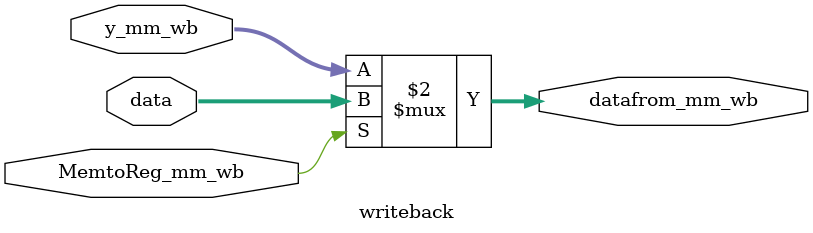
<source format=v>
`timescale 1ns / 1ps
module writeback(input  MemtoReg_mm_wb,input [31:0] y_mm_wb,input [31:0] data,output reg [31:0] datafrom_mm_wb);
always@(*)
 begin

 datafrom_mm_wb=  MemtoReg_mm_wb? data:y_mm_wb;    //memdata is the data to be written in register

 end
endmodule

</source>
